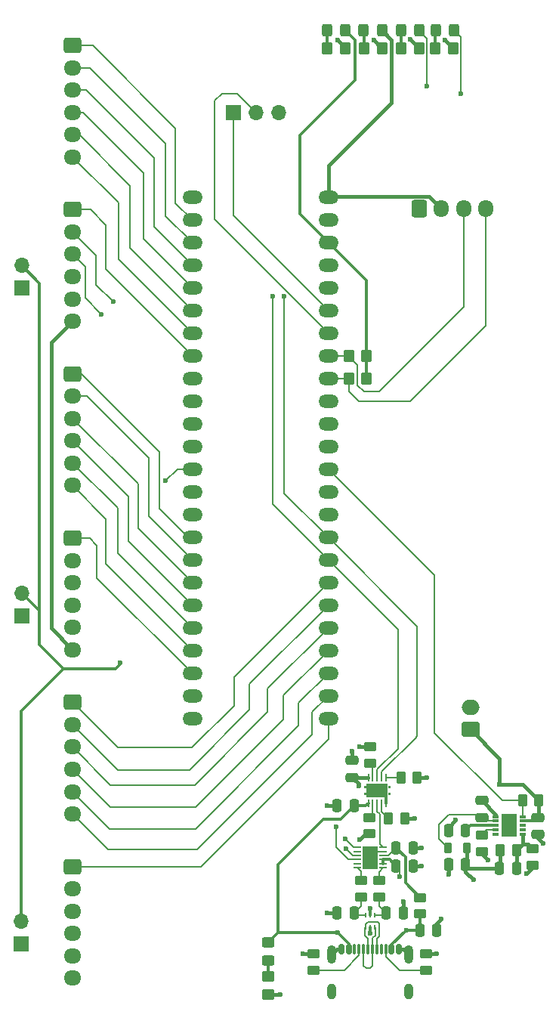
<source format=gbr>
%TF.GenerationSoftware,KiCad,Pcbnew,8.0.8*%
%TF.CreationDate,2025-03-09T10:35:25-07:00*%
%TF.ProjectId,ground-receiver,67726f75-6e64-42d7-9265-636569766572,rev?*%
%TF.SameCoordinates,Original*%
%TF.FileFunction,Copper,L1,Top*%
%TF.FilePolarity,Positive*%
%FSLAX46Y46*%
G04 Gerber Fmt 4.6, Leading zero omitted, Abs format (unit mm)*
G04 Created by KiCad (PCBNEW 8.0.8) date 2025-03-09 10:35:25*
%MOMM*%
%LPD*%
G01*
G04 APERTURE LIST*
G04 Aperture macros list*
%AMRoundRect*
0 Rectangle with rounded corners*
0 $1 Rounding radius*
0 $2 $3 $4 $5 $6 $7 $8 $9 X,Y pos of 4 corners*
0 Add a 4 corners polygon primitive as box body*
4,1,4,$2,$3,$4,$5,$6,$7,$8,$9,$2,$3,0*
0 Add four circle primitives for the rounded corners*
1,1,$1+$1,$2,$3*
1,1,$1+$1,$4,$5*
1,1,$1+$1,$6,$7*
1,1,$1+$1,$8,$9*
0 Add four rect primitives between the rounded corners*
20,1,$1+$1,$2,$3,$4,$5,0*
20,1,$1+$1,$4,$5,$6,$7,0*
20,1,$1+$1,$6,$7,$8,$9,0*
20,1,$1+$1,$8,$9,$2,$3,0*%
G04 Aperture macros list end*
%TA.AperFunction,EtchedComponent*%
%ADD10C,0.000000*%
%TD*%
%TA.AperFunction,SMDPad,CuDef*%
%ADD11RoundRect,0.250000X0.262500X0.450000X-0.262500X0.450000X-0.262500X-0.450000X0.262500X-0.450000X0*%
%TD*%
%TA.AperFunction,ComponentPad*%
%ADD12RoundRect,0.250000X-0.600000X-0.725000X0.600000X-0.725000X0.600000X0.725000X-0.600000X0.725000X0*%
%TD*%
%TA.AperFunction,ComponentPad*%
%ADD13O,1.700000X1.950000*%
%TD*%
%TA.AperFunction,SMDPad,CuDef*%
%ADD14RoundRect,0.250000X-0.350000X-0.450000X0.350000X-0.450000X0.350000X0.450000X-0.350000X0.450000X0*%
%TD*%
%TA.AperFunction,SMDPad,CuDef*%
%ADD15RoundRect,0.250000X-0.450000X0.262500X-0.450000X-0.262500X0.450000X-0.262500X0.450000X0.262500X0*%
%TD*%
%TA.AperFunction,SMDPad,CuDef*%
%ADD16RoundRect,0.250000X0.250000X0.475000X-0.250000X0.475000X-0.250000X-0.475000X0.250000X-0.475000X0*%
%TD*%
%TA.AperFunction,SMDPad,CuDef*%
%ADD17RoundRect,0.250000X-0.250000X-0.475000X0.250000X-0.475000X0.250000X0.475000X-0.250000X0.475000X0*%
%TD*%
%TA.AperFunction,SMDPad,CuDef*%
%ADD18RoundRect,0.250000X0.450000X-0.262500X0.450000X0.262500X-0.450000X0.262500X-0.450000X-0.262500X0*%
%TD*%
%TA.AperFunction,SMDPad,CuDef*%
%ADD19RoundRect,0.250000X0.475000X-0.250000X0.475000X0.250000X-0.475000X0.250000X-0.475000X-0.250000X0*%
%TD*%
%TA.AperFunction,ComponentPad*%
%ADD20O,2.250000X1.500000*%
%TD*%
%TA.AperFunction,ComponentPad*%
%ADD21RoundRect,0.250000X-0.725000X0.600000X-0.725000X-0.600000X0.725000X-0.600000X0.725000X0.600000X0*%
%TD*%
%TA.AperFunction,ComponentPad*%
%ADD22O,1.950000X1.700000*%
%TD*%
%TA.AperFunction,SMDPad,CuDef*%
%ADD23RoundRect,0.250000X0.450000X-0.325000X0.450000X0.325000X-0.450000X0.325000X-0.450000X-0.325000X0*%
%TD*%
%TA.AperFunction,SMDPad,CuDef*%
%ADD24RoundRect,0.250000X-0.475000X0.250000X-0.475000X-0.250000X0.475000X-0.250000X0.475000X0.250000X0*%
%TD*%
%TA.AperFunction,ComponentPad*%
%ADD25RoundRect,0.250000X0.750000X-0.600000X0.750000X0.600000X-0.750000X0.600000X-0.750000X-0.600000X0*%
%TD*%
%TA.AperFunction,ComponentPad*%
%ADD26O,2.000000X1.700000*%
%TD*%
%TA.AperFunction,SMDPad,CuDef*%
%ADD27RoundRect,0.250000X-0.325000X-0.450000X0.325000X-0.450000X0.325000X0.450000X-0.325000X0.450000X0*%
%TD*%
%TA.AperFunction,ComponentPad*%
%ADD28R,1.700000X1.700000*%
%TD*%
%TA.AperFunction,ComponentPad*%
%ADD29O,1.700000X1.700000*%
%TD*%
%TA.AperFunction,SMDPad,CuDef*%
%ADD30R,0.279400X0.584200*%
%TD*%
%TA.AperFunction,SMDPad,CuDef*%
%ADD31RoundRect,0.250000X0.350000X0.450000X-0.350000X0.450000X-0.350000X-0.450000X0.350000X-0.450000X0*%
%TD*%
%TA.AperFunction,SMDPad,CuDef*%
%ADD32RoundRect,0.250000X-0.262500X-0.450000X0.262500X-0.450000X0.262500X0.450000X-0.262500X0.450000X0*%
%TD*%
%TA.AperFunction,SMDPad,CuDef*%
%ADD33R,0.800000X0.300000*%
%TD*%
%TA.AperFunction,SMDPad,CuDef*%
%ADD34R,1.750000X2.500000*%
%TD*%
%TA.AperFunction,SMDPad,CuDef*%
%ADD35RoundRect,0.218750X0.218750X0.381250X-0.218750X0.381250X-0.218750X-0.381250X0.218750X-0.381250X0*%
%TD*%
%TA.AperFunction,SMDPad,CuDef*%
%ADD36RoundRect,0.050000X0.350000X0.050000X-0.350000X0.050000X-0.350000X-0.050000X0.350000X-0.050000X0*%
%TD*%
%TA.AperFunction,HeatsinkPad*%
%ADD37R,1.700000X2.500000*%
%TD*%
%TA.AperFunction,SMDPad,CuDef*%
%ADD38RoundRect,0.150000X-0.150000X-0.425000X0.150000X-0.425000X0.150000X0.425000X-0.150000X0.425000X0*%
%TD*%
%TA.AperFunction,SMDPad,CuDef*%
%ADD39RoundRect,0.075000X-0.075000X-0.500000X0.075000X-0.500000X0.075000X0.500000X-0.075000X0.500000X0*%
%TD*%
%TA.AperFunction,HeatsinkPad*%
%ADD40O,1.000000X2.100000*%
%TD*%
%TA.AperFunction,HeatsinkPad*%
%ADD41O,1.000000X1.800000*%
%TD*%
%TA.AperFunction,SMDPad,CuDef*%
%ADD42R,0.254000X0.812800*%
%TD*%
%TA.AperFunction,SMDPad,CuDef*%
%ADD43R,2.400000X1.650000*%
%TD*%
%TA.AperFunction,SMDPad,CuDef*%
%ADD44RoundRect,0.250000X-0.450000X0.350000X-0.450000X-0.350000X0.450000X-0.350000X0.450000X0.350000X0*%
%TD*%
%TA.AperFunction,ViaPad*%
%ADD45C,0.600000*%
%TD*%
%TA.AperFunction,Conductor*%
%ADD46C,0.304800*%
%TD*%
%TA.AperFunction,Conductor*%
%ADD47C,0.381000*%
%TD*%
%TA.AperFunction,Conductor*%
%ADD48C,0.300000*%
%TD*%
%TA.AperFunction,Conductor*%
%ADD49C,0.152400*%
%TD*%
%TA.AperFunction,Conductor*%
%ADD50C,0.200000*%
%TD*%
G04 APERTURE END LIST*
D10*
%TA.AperFunction,EtchedComponent*%
%TO.C,U6*%
G36*
X149400252Y-149702137D02*
G01*
X149100252Y-149702137D01*
X149100252Y-149452137D01*
X149400252Y-149452137D01*
X149400252Y-149702137D01*
G37*
%TD.AperFunction*%
%TA.AperFunction,EtchedComponent*%
G36*
X149400252Y-149702137D02*
G01*
X149100252Y-149702137D01*
X149100252Y-149452137D01*
X149400252Y-149452137D01*
X149400252Y-149702137D01*
G37*
%TD.AperFunction*%
%TA.AperFunction,EtchedComponent*%
G36*
X149400252Y-150452263D02*
G01*
X149100252Y-150452263D01*
X149100252Y-150202263D01*
X149400252Y-150202263D01*
X149400252Y-150452263D01*
G37*
%TD.AperFunction*%
%TA.AperFunction,EtchedComponent*%
G36*
X149400252Y-150452263D02*
G01*
X149100252Y-150452263D01*
X149100252Y-150202263D01*
X149400252Y-150202263D01*
X149400252Y-150452263D01*
G37*
%TD.AperFunction*%
%TA.AperFunction,EtchedComponent*%
G36*
X152100252Y-149702137D02*
G01*
X151800252Y-149702137D01*
X151800252Y-149452137D01*
X152100252Y-149452137D01*
X152100252Y-149702137D01*
G37*
%TD.AperFunction*%
%TA.AperFunction,EtchedComponent*%
G36*
X152100252Y-149702137D02*
G01*
X151800252Y-149702137D01*
X151800252Y-149452137D01*
X152100252Y-149452137D01*
X152100252Y-149702137D01*
G37*
%TD.AperFunction*%
%TA.AperFunction,EtchedComponent*%
G36*
X152100252Y-150452263D02*
G01*
X151800252Y-150452263D01*
X151800252Y-150202263D01*
X152100252Y-150202263D01*
X152100252Y-150452263D01*
G37*
%TD.AperFunction*%
%TA.AperFunction,EtchedComponent*%
G36*
X152100252Y-150452263D02*
G01*
X151800252Y-150452263D01*
X151800252Y-150202263D01*
X152100252Y-150202263D01*
X152100252Y-150452263D01*
G37*
%TD.AperFunction*%
%TD*%
D11*
%TO.P,R8,1*%
%TO.N,VBAT*%
X168725000Y-151100000D03*
%TO.P,R8,2*%
%TO.N,EN*%
X166900000Y-151100000D03*
%TD*%
D12*
%TO.P,J13,1,Pin_1*%
%TO.N,GND*%
X155300000Y-84800000D03*
D13*
%TO.P,J13,2,Pin_2*%
%TO.N,+5V*%
X157800000Y-84800000D03*
%TO.P,J13,3,Pin_3*%
%TO.N,SCL*%
X160300000Y-84800000D03*
%TO.P,J13,4,Pin_4*%
%TO.N,SDA*%
X162800000Y-84800000D03*
%TD*%
D14*
%TO.P,R7,1*%
%TO.N,Net-(BSTAT2-K)*%
X153300000Y-66800000D03*
%TO.P,R7,2*%
%TO.N,GND*%
X155300000Y-66800000D03*
%TD*%
D15*
%TO.P,R3,1*%
%TO.N,Net-(U1-RT)*%
X162300000Y-154975000D03*
%TO.P,R3,2*%
%TO.N,GND*%
X162300000Y-156800000D03*
%TD*%
D16*
%TO.P,C3,1*%
%TO.N,Net-(U1-INTVCC)*%
X160500000Y-154500000D03*
%TO.P,C3,2*%
%TO.N,GND*%
X158600000Y-154500000D03*
%TD*%
D15*
%TO.P,R10,1*%
%TO.N,Net-(U4-USBDM)*%
X150800000Y-160075000D03*
%TO.P,R10,2*%
%TO.N,D-*%
X150800000Y-161900000D03*
%TD*%
D16*
%TO.P,C9,1*%
%TO.N,GND*%
X153500000Y-163700000D03*
%TO.P,C9,2*%
%TO.N,D-*%
X151600000Y-163700000D03*
%TD*%
D11*
%TO.P,R2,1*%
%TO.N,Net-(U1-FB)*%
X166200000Y-156700000D03*
%TO.P,R2,2*%
%TO.N,+5V*%
X164375000Y-156700000D03*
%TD*%
D17*
%TO.P,C2,1*%
%TO.N,GND*%
X158600000Y-158300000D03*
%TO.P,C2,2*%
%TO.N,+5V*%
X160500000Y-158300000D03*
%TD*%
D15*
%TO.P,R11,1*%
%TO.N,GND*%
X143500000Y-168275000D03*
%TO.P,R11,2*%
%TO.N,Net-(J2-CC1)*%
X143500000Y-170100000D03*
%TD*%
D16*
%TO.P,C8,1*%
%TO.N,GND*%
X154600000Y-158400000D03*
%TO.P,C8,2*%
%TO.N,Net-(U4-3V3OUT)*%
X152700000Y-158400000D03*
%TD*%
D18*
%TO.P,R1,1*%
%TO.N,GND*%
X168000000Y-158325000D03*
%TO.P,R1,2*%
%TO.N,Net-(U1-FB)*%
X168000000Y-156500000D03*
%TD*%
D19*
%TO.P,C4,1*%
%TO.N,Net-(U1-SW)*%
X162300000Y-153000000D03*
%TO.P,C4,2*%
%TO.N,Net-(U1-BST)*%
X162300000Y-151100000D03*
%TD*%
D20*
%TO.P,Teensy4.1,0,RX1*%
%TO.N,SDN_3*%
X129880000Y-86025000D03*
%TO.P,Teensy4.1,1,TX1*%
%TO.N,GPIO3_3*%
X129880000Y-88565000D03*
%TO.P,Teensy4.1,2,PWM*%
%TO.N,GPIO2_3*%
X129880000Y-91105000D03*
%TO.P,Teensy4.1,3,PWM*%
%TO.N,GPIO1_3*%
X129880000Y-93645000D03*
%TO.P,Teensy4.1,3V,3.3V*%
%TO.N,+3.3V*%
X129880000Y-119045000D03*
%TO.P,Teensy4.1,3V1,3.3V*%
%TO.N,+3.3V2*%
X145120000Y-88565000D03*
%TO.P,Teensy4.1,4,PWM*%
%TO.N,GPIO0_3*%
X129880000Y-96185000D03*
%TO.P,Teensy4.1,5,PWM*%
%TO.N,IRQ_3*%
X129880000Y-98725000D03*
%TO.P,Teensy4.1,5V,VIN*%
%TO.N,+5V*%
X145120000Y-83485000D03*
%TO.P,Teensy4.1,6,PWM*%
%TO.N,CS_3*%
X129880000Y-101265000D03*
%TO.P,Teensy4.1,7,RX2*%
%TO.N,unconnected-(Teensy4.1-RX2-Pad7)*%
X129880000Y-103805000D03*
%TO.P,Teensy4.1,8,TX2*%
%TO.N,unconnected-(Teensy4.1-TX2-Pad8)*%
X129880000Y-106345000D03*
%TO.P,Teensy4.1,9,PWM*%
%TO.N,unconnected-(Teensy4.1-PWM-Pad9)*%
X129880000Y-108885000D03*
%TO.P,Teensy4.1,10,CS*%
%TO.N,unconnected-(Teensy4.1-CS-Pad10)*%
X129880000Y-111425000D03*
%TO.P,Teensy4.1,11,MOSI*%
%TO.N,MOSI*%
X129880000Y-113965000D03*
%TO.P,Teensy4.1,12,MISO*%
%TO.N,MISO*%
X129880000Y-116505000D03*
%TO.P,Teensy4.1,13,SCK*%
%TO.N,SCLK*%
X145120000Y-116505000D03*
%TO.P,Teensy4.1,14,A0*%
%TO.N,EN*%
X145120000Y-113965000D03*
%TO.P,Teensy4.1,15,A1*%
%TO.N,unconnected-(Teensy4.1-A1-Pad15)*%
X145120000Y-111425000D03*
%TO.P,Teensy4.1,16,A2*%
%TO.N,unconnected-(Teensy4.1-A2-Pad16)*%
X145120000Y-108885000D03*
%TO.P,Teensy4.1,17,A3*%
%TO.N,unconnected-(Teensy4.1-A3-Pad17)*%
X145120000Y-106345000D03*
%TO.P,Teensy4.1,18,SDA*%
%TO.N,SDA*%
X145120000Y-103805000D03*
%TO.P,Teensy4.1,19,SCL*%
%TO.N,SCL*%
X145120000Y-101265000D03*
%TO.P,Teensy4.1,20,TX5*%
%TO.N,TXD*%
X145120000Y-98725000D03*
%TO.P,Teensy4.1,21,RX5*%
%TO.N,RXD*%
X145120000Y-96185000D03*
%TO.P,Teensy4.1,22,PWM*%
%TO.N,unconnected-(Teensy4.1-PWM-Pad22)*%
X145120000Y-93645000D03*
%TO.P,Teensy4.1,23,PWM*%
%TO.N,unconnected-(Teensy4.1-PWM-Pad23)*%
X145120000Y-91105000D03*
%TO.P,Teensy4.1,24,SCL2*%
%TO.N,SDN_2*%
X129880000Y-121585000D03*
%TO.P,Teensy4.1,25,SDA2*%
%TO.N,GPIO3_2*%
X129880000Y-124125000D03*
%TO.P,Teensy4.1,26,MOSI1*%
%TO.N,GPIO2_2*%
X129880000Y-126665000D03*
%TO.P,Teensy4.1,27,SCK1*%
%TO.N,GPIO1_2*%
X129880000Y-129205000D03*
%TO.P,Teensy4.1,28,RX7*%
%TO.N,GPIO0_2*%
X129880000Y-131745000D03*
%TO.P,Teensy4.1,29,TX7*%
%TO.N,IRQ_2*%
X129880000Y-134285000D03*
%TO.P,Teensy4.1,30,GPIO*%
%TO.N,CS_2*%
X129880000Y-136825000D03*
%TO.P,Teensy4.1,31,GPIO*%
%TO.N,unconnected-(Teensy4.1-GPIO-Pad31)*%
X129880000Y-139365000D03*
%TO.P,Teensy4.1,32,GPIO*%
%TO.N,unconnected-(Teensy4.1-GPIO-Pad32)*%
X129880000Y-141905000D03*
%TO.P,Teensy4.1,33,PWM*%
%TO.N,CS_1*%
X145120000Y-141905000D03*
%TO.P,Teensy4.1,34,RX8*%
%TO.N,IRQ_1*%
X145120000Y-139365000D03*
%TO.P,Teensy4.1,35,TX8*%
%TO.N,GPIO0_1*%
X145120000Y-136825000D03*
%TO.P,Teensy4.1,36,PWM*%
%TO.N,GPIO1_1*%
X145120000Y-134285000D03*
%TO.P,Teensy4.1,37,PWM*%
%TO.N,GPIO2_1*%
X145120000Y-131745000D03*
%TO.P,Teensy4.1,38,CS1*%
%TO.N,GPIO3_1*%
X145120000Y-129205000D03*
%TO.P,Teensy4.1,39,MISO1*%
%TO.N,SDN_1*%
X145120000Y-126665000D03*
%TO.P,Teensy4.1,40,A16*%
%TO.N,BSTAT2*%
X145120000Y-124125000D03*
%TO.P,Teensy4.1,41,A17*%
%TO.N,BSTAT1*%
X145120000Y-121585000D03*
%TO.P,Teensy4.1,G,GND*%
%TO.N,GND*%
X129880000Y-83485000D03*
%TO.P,Teensy4.1,G1,GND*%
X145120000Y-86025000D03*
%TO.P,Teensy4.1,G2,GND*%
X145120000Y-119045000D03*
%TD*%
D17*
%TO.P,C10,1*%
%TO.N,GND*%
X146100000Y-163700000D03*
%TO.P,C10,2*%
%TO.N,D+*%
X148000000Y-163700000D03*
%TD*%
D14*
%TO.P,R5,1*%
%TO.N,Net-(5V0-K)*%
X149125000Y-66800000D03*
%TO.P,R5,2*%
%TO.N,GND*%
X151125000Y-66800000D03*
%TD*%
D21*
%TO.P,J9,1,Pin_1*%
%TO.N,SDN_2*%
X116465000Y-103300000D03*
D22*
%TO.P,J9,2,Pin_2*%
%TO.N,GPIO3_2*%
X116465000Y-105800000D03*
%TO.P,J9,3,Pin_3*%
%TO.N,GPIO2_2*%
X116465000Y-108300000D03*
%TO.P,J9,4,Pin_4*%
%TO.N,GPIO1_2*%
X116465000Y-110800000D03*
%TO.P,J9,5,Pin_5*%
%TO.N,GPIO0_2*%
X116465000Y-113300000D03*
%TO.P,J9,6,Pin_6*%
%TO.N,IRQ_2*%
X116465000Y-115800000D03*
%TD*%
D18*
%TO.P,R14,1*%
%TO.N,GND*%
X149700000Y-154812500D03*
%TO.P,R14,2*%
%TO.N,Net-(U6-ISET)*%
X149700000Y-152987500D03*
%TD*%
D15*
%TO.P,R9,1*%
%TO.N,Net-(U4-USBDP)*%
X148800000Y-160075000D03*
%TO.P,R9,2*%
%TO.N,D+*%
X148800000Y-161900000D03*
%TD*%
D23*
%TO.P,VBus1,1,K*%
%TO.N,Net-(VBus1-K)*%
X138400000Y-169050000D03*
%TO.P,VBus1,2,A*%
%TO.N,VBUS*%
X138400000Y-167000000D03*
%TD*%
D24*
%TO.P,CIN1,1*%
%TO.N,VBAT*%
X168575000Y-153000000D03*
%TO.P,CIN1,2*%
%TO.N,GND*%
X168575000Y-154900000D03*
%TD*%
D25*
%TO.P,J3,1,Pin_1*%
%TO.N,VBAT*%
X161050000Y-143150000D03*
D26*
%TO.P,J3,2,Pin_2*%
%TO.N,GND*%
X161050000Y-140650000D03*
%TD*%
D27*
%TO.P,BSTAT1,1,K*%
%TO.N,Net-(BSTAT1-K)*%
X157173800Y-64823800D03*
%TO.P,BSTAT1,2,A*%
%TO.N,BSTAT1*%
X159223800Y-64823800D03*
%TD*%
D28*
%TO.P,J1,1,Pin_1*%
%TO.N,RXD*%
X134460000Y-74000000D03*
D29*
%TO.P,J1,2,Pin_2*%
%TO.N,TXD*%
X137000000Y-74000000D03*
%TO.P,J1,3,Pin_3*%
%TO.N,GND*%
X139540000Y-74000000D03*
%TD*%
D21*
%TO.P,J4,1,Pin_1*%
%TO.N,CS_1*%
X116465000Y-158500000D03*
D22*
%TO.P,J4,2,Pin_2*%
%TO.N,MOSI*%
X116465000Y-161000000D03*
%TO.P,J4,3,Pin_3*%
%TO.N,MISO*%
X116465000Y-163500000D03*
%TO.P,J4,4,Pin_4*%
%TO.N,SCLK*%
X116465000Y-166000000D03*
%TO.P,J4,5,Pin_5*%
%TO.N,GND*%
X116465000Y-168500000D03*
%TO.P,J4,6,Pin_6*%
%TO.N,+5V*%
X116465000Y-171000000D03*
%TD*%
D21*
%TO.P,J7,1,Pin_1*%
%TO.N,CS_2*%
X116465000Y-121700000D03*
D22*
%TO.P,J7,2,Pin_2*%
%TO.N,MOSI*%
X116465000Y-124200000D03*
%TO.P,J7,3,Pin_3*%
%TO.N,MISO*%
X116465000Y-126700000D03*
%TO.P,J7,4,Pin_4*%
%TO.N,SCLK*%
X116465000Y-129200000D03*
%TO.P,J7,5,Pin_5*%
%TO.N,GND*%
X116465000Y-131700000D03*
%TO.P,J7,6,Pin_6*%
%TO.N,+5V*%
X116465000Y-134200000D03*
%TD*%
D21*
%TO.P,J10,1,Pin_1*%
%TO.N,CS_3*%
X116465000Y-84900000D03*
D22*
%TO.P,J10,2,Pin_2*%
%TO.N,MOSI*%
X116465000Y-87400000D03*
%TO.P,J10,3,Pin_3*%
%TO.N,MISO*%
X116465000Y-89900000D03*
%TO.P,J10,4,Pin_4*%
%TO.N,SCLK*%
X116465000Y-92400000D03*
%TO.P,J10,5,Pin_5*%
%TO.N,GND*%
X116465000Y-94900000D03*
%TO.P,J10,6,Pin_6*%
%TO.N,+5V*%
X116465000Y-97400000D03*
%TD*%
D21*
%TO.P,J12,1,Pin_1*%
%TO.N,SDN_3*%
X116465000Y-66500000D03*
D22*
%TO.P,J12,2,Pin_2*%
%TO.N,GPIO3_3*%
X116465000Y-69000000D03*
%TO.P,J12,3,Pin_3*%
%TO.N,GPIO2_3*%
X116465000Y-71500000D03*
%TO.P,J12,4,Pin_4*%
%TO.N,GPIO1_3*%
X116465000Y-74000000D03*
%TO.P,J12,5,Pin_5*%
%TO.N,GPIO0_3*%
X116465000Y-76500000D03*
%TO.P,J12,6,Pin_6*%
%TO.N,IRQ_3*%
X116465000Y-79000000D03*
%TD*%
D28*
%TO.P,J8,1,Pin_1*%
%TO.N,GND*%
X110765000Y-130400000D03*
D29*
%TO.P,J8,2,Pin_2*%
%TO.N,+3.3V*%
X110765000Y-127860000D03*
%TD*%
D28*
%TO.P,J11,1,Pin_1*%
%TO.N,GND*%
X110665000Y-167200000D03*
D29*
%TO.P,J11,2,Pin_2*%
%TO.N,+3.3V*%
X110665000Y-164660000D03*
%TD*%
D30*
%TO.P,U5,1,I/O1*%
%TO.N,Net-(J2-D+-PadA6)*%
X149300000Y-165300000D03*
%TO.P,U5,2,GND*%
%TO.N,GND*%
X149799999Y-165300000D03*
%TO.P,U5,3,I/O2*%
%TO.N,Net-(J2-D--PadA7)*%
X150299998Y-165300000D03*
%TO.P,U5,4,I/O2*%
%TO.N,D-*%
X150299998Y-163979200D03*
%TO.P,U5,5,VBUS*%
%TO.N,VBUS*%
X149799999Y-163979200D03*
%TO.P,U5,6,I/O1*%
%TO.N,D+*%
X149300000Y-163979200D03*
%TD*%
D14*
%TO.P,R17,1*%
%TO.N,Net-(BSTAT1-K)*%
X157123800Y-66823800D03*
%TO.P,R17,2*%
%TO.N,GND*%
X159123800Y-66823800D03*
%TD*%
D27*
%TO.P,BSTAT2,1,K*%
%TO.N,Net-(BSTAT2-K)*%
X153250000Y-64800000D03*
%TO.P,BSTAT2,2,A*%
%TO.N,BSTAT2*%
X155300000Y-64800000D03*
%TD*%
D31*
%TO.P,R18,1*%
%TO.N,+3.3V2*%
X149400000Y-101300000D03*
%TO.P,R18,2*%
%TO.N,SCL*%
X147400000Y-101300000D03*
%TD*%
D15*
%TO.P,R12,1*%
%TO.N,GND*%
X156100000Y-168300000D03*
%TO.P,R12,2*%
%TO.N,Net-(J2-CC2)*%
X156100000Y-170125000D03*
%TD*%
D16*
%TO.P,C11,1*%
%TO.N,GND*%
X157300000Y-165600000D03*
%TO.P,C11,2*%
%TO.N,VBUS*%
X155400000Y-165600000D03*
%TD*%
D24*
%TO.P,C13,1*%
%TO.N,GND*%
X147800000Y-146600000D03*
%TO.P,C13,2*%
%TO.N,VBAT*%
X147800000Y-148500000D03*
%TD*%
D32*
%TO.P,R13,1*%
%TO.N,Net-(U6-TS)*%
X151875000Y-153100000D03*
%TO.P,R13,2*%
%TO.N,GND*%
X153700000Y-153100000D03*
%TD*%
D33*
%TO.P,U1,1,BST*%
%TO.N,Net-(U1-BST)*%
X163900000Y-152900000D03*
%TO.P,U1,2,SW*%
%TO.N,Net-(U1-SW)*%
X163900000Y-153400000D03*
%TO.P,U1,3,INTVCC*%
%TO.N,Net-(U1-INTVCC)*%
X163900000Y-153900000D03*
%TO.P,U1,4,RT*%
%TO.N,Net-(U1-RT)*%
X163900000Y-154400000D03*
%TO.P,U1,5,SYNC*%
%TO.N,unconnected-(U1-SYNC-Pad5)*%
X163900000Y-154900000D03*
%TO.P,U1,6,FB*%
%TO.N,Net-(U1-FB)*%
X166900000Y-154900000D03*
%TO.P,U1,7,TR/SS*%
%TO.N,unconnected-(U1-TR{slash}SS-Pad7)*%
X166900000Y-154400000D03*
%TO.P,U1,8,PG*%
%TO.N,unconnected-(U1-PG-Pad8)*%
X166900000Y-153900000D03*
%TO.P,U1,9,VIN*%
%TO.N,VBAT*%
X166900000Y-153400000D03*
%TO.P,U1,10,EN/UV*%
%TO.N,EN*%
X166900000Y-152900000D03*
D34*
%TO.P,U1,11,GND*%
%TO.N,GND*%
X165400000Y-153900000D03*
%TD*%
D35*
%TO.P,L1,1,1*%
%TO.N,+5V*%
X160625000Y-156400000D03*
%TO.P,L1,2,2*%
%TO.N,Net-(U1-SW)*%
X158500000Y-156400000D03*
%TD*%
D27*
%TO.P,5V0,1,K*%
%TO.N,Net-(5V0-K)*%
X149075000Y-64800000D03*
%TO.P,5V0,2,A*%
%TO.N,+5V*%
X151125000Y-64800000D03*
%TD*%
D16*
%TO.P,C7,1*%
%TO.N,GND*%
X154600000Y-156400000D03*
%TO.P,C7,2*%
%TO.N,Net-(U4-VCC)*%
X152700000Y-156400000D03*
%TD*%
D21*
%TO.P,J6,1,Pin_1*%
%TO.N,SDN_1*%
X116465000Y-140100000D03*
D22*
%TO.P,J6,2,Pin_2*%
%TO.N,GPIO3_1*%
X116465000Y-142600000D03*
%TO.P,J6,3,Pin_3*%
%TO.N,GPIO2_1*%
X116465000Y-145100000D03*
%TO.P,J6,4,Pin_4*%
%TO.N,GPIO1_1*%
X116465000Y-147600000D03*
%TO.P,J6,5,Pin_5*%
%TO.N,GPIO0_1*%
X116465000Y-150100000D03*
%TO.P,J6,6,Pin_6*%
%TO.N,IRQ_1*%
X116465000Y-152600000D03*
%TD*%
D17*
%TO.P,C12,1*%
%TO.N,GND*%
X146100000Y-151700000D03*
%TO.P,C12,2*%
%TO.N,VBUS*%
X148000000Y-151700000D03*
%TD*%
D14*
%TO.P,R4,1*%
%TO.N,Net-(3V3-K)*%
X145025000Y-66800000D03*
%TO.P,R4,2*%
%TO.N,GND*%
X147025000Y-66800000D03*
%TD*%
D31*
%TO.P,R19,1*%
%TO.N,+3.3V2*%
X149400000Y-103800000D03*
%TO.P,R19,2*%
%TO.N,SDA*%
X147400000Y-103800000D03*
%TD*%
D28*
%TO.P,J5,1,Pin_1*%
%TO.N,GND*%
X110765000Y-93700000D03*
D29*
%TO.P,J5,2,Pin_2*%
%TO.N,+3.3V*%
X110765000Y-91160000D03*
%TD*%
D36*
%TO.P,U4,1,USBDM*%
%TO.N,Net-(U4-USBDM)*%
X151275000Y-158600000D03*
%TO.P,U4,2,~{RESET}*%
%TO.N,Net-(U4-3V3OUT)*%
X151275000Y-158150000D03*
%TO.P,U4,3,3V3OUT*%
X151275000Y-157700000D03*
%TO.P,U4,4,VCC*%
%TO.N,Net-(U4-VCC)*%
X151275000Y-157250000D03*
%TO.P,U4,5,GND*%
%TO.N,GND*%
X151275000Y-156800000D03*
%TO.P,U4,6,CBUS0*%
%TO.N,PWR_EN*%
X151275000Y-156350000D03*
%TO.P,U4,7,TXD/D0*%
%TO.N,TXD*%
X148375000Y-156350000D03*
%TO.P,U4,8,~{RTS}/D2*%
%TO.N,unconnected-(U4-~{RTS}{slash}D2-Pad8)*%
X148375000Y-156800000D03*
%TO.P,U4,9,VCCIO*%
%TO.N,Net-(U4-3V3OUT)*%
X148375000Y-157250000D03*
%TO.P,U4,10,RXD/D1*%
%TO.N,RXD*%
X148375000Y-157700000D03*
%TO.P,U4,11,~{CTS}/D3*%
%TO.N,unconnected-(U4-~{CTS}{slash}D3-Pad11)*%
X148375000Y-158150000D03*
%TO.P,U4,12,USBDP*%
%TO.N,Net-(U4-USBDP)*%
X148375000Y-158600000D03*
D37*
%TO.P,U4,13,GND*%
%TO.N,GND*%
X149825000Y-157475000D03*
%TD*%
D27*
%TO.P,3V3,1,K*%
%TO.N,Net-(3V3-K)*%
X144975000Y-64800000D03*
%TO.P,3V3,2,A*%
%TO.N,+3.3V2*%
X147025000Y-64800000D03*
%TD*%
D38*
%TO.P,J2,A1,GND*%
%TO.N,GND*%
X146620000Y-167745000D03*
%TO.P,J2,A4,VBUS*%
%TO.N,VBUS*%
X147420000Y-167745000D03*
D39*
%TO.P,J2,A5,CC1*%
%TO.N,Net-(J2-CC1)*%
X148570000Y-167745000D03*
%TO.P,J2,A6,D+*%
%TO.N,Net-(J2-D+-PadA6)*%
X149570000Y-167745000D03*
%TO.P,J2,A7,D-*%
%TO.N,Net-(J2-D--PadA7)*%
X150070000Y-167745000D03*
%TO.P,J2,A8,SBU1*%
%TO.N,unconnected-(J2-SBU1-PadA8)*%
X151070000Y-167745000D03*
D38*
%TO.P,J2,A9,VBUS*%
%TO.N,VBUS*%
X152220000Y-167745000D03*
%TO.P,J2,A12,GND*%
%TO.N,GND*%
X153020000Y-167745000D03*
%TO.P,J2,B1,GND*%
X153020000Y-167745000D03*
%TO.P,J2,B4,VBUS*%
%TO.N,VBUS*%
X152220000Y-167745000D03*
D39*
%TO.P,J2,B5,CC2*%
%TO.N,Net-(J2-CC2)*%
X151570000Y-167745000D03*
%TO.P,J2,B6,D+*%
%TO.N,Net-(J2-D+-PadA6)*%
X150570000Y-167745000D03*
%TO.P,J2,B7,D-*%
%TO.N,Net-(J2-D--PadA7)*%
X149070000Y-167745000D03*
%TO.P,J2,B8,SBU2*%
%TO.N,unconnected-(J2-SBU2-PadB8)*%
X148070000Y-167745000D03*
D38*
%TO.P,J2,B9,VBUS*%
%TO.N,VBUS*%
X147420000Y-167745000D03*
%TO.P,J2,B12,GND*%
%TO.N,GND*%
X146620000Y-167745000D03*
D40*
%TO.P,J2,S1,SHIELD*%
X145500000Y-168320000D03*
D41*
X145500000Y-172500000D03*
D40*
X154140000Y-168320000D03*
D41*
X154140000Y-172500000D03*
%TD*%
D15*
%TO.P,FB1,1*%
%TO.N,Net-(U4-VCC)*%
X155400000Y-161975000D03*
%TO.P,FB1,2*%
%TO.N,VBUS*%
X155400000Y-163800000D03*
%TD*%
D42*
%TO.P,U6,1,IN*%
%TO.N,VBUS*%
X149600000Y-151400000D03*
%TO.P,U6,2,ISET*%
%TO.N,Net-(U6-ISET)*%
X150100126Y-151400000D03*
%TO.P,U6,3,/CE*%
%TO.N,PWR_EN*%
X150600252Y-151400000D03*
%TO.P,U6,4,TS*%
%TO.N,Net-(U6-TS)*%
X151100378Y-151400000D03*
%TO.P,U6,5,GND*%
%TO.N,GND*%
X151600504Y-151400000D03*
%TO.P,U6,6,CHM_TMR*%
%TO.N,Net-(U6-CHM_TMR)*%
X151600504Y-148504400D03*
%TO.P,U6,7,STAT1*%
%TO.N,BSTAT1*%
X151100378Y-148504400D03*
%TO.P,U6,8,STAT2*%
%TO.N,BSTAT2*%
X150600252Y-148504400D03*
%TO.P,U6,9,VSET*%
%TO.N,Net-(U6-VSET)*%
X150100126Y-148504400D03*
%TO.P,U6,10,OUT*%
%TO.N,VBAT*%
X149600000Y-148504400D03*
D43*
%TO.P,U6,11,GND*%
%TO.N,GND*%
X150600252Y-149952200D03*
%TD*%
D44*
%TO.P,R6,1*%
%TO.N,Net-(VBus1-K)*%
X138400000Y-170800000D03*
%TO.P,R6,2*%
%TO.N,GND*%
X138400000Y-172800000D03*
%TD*%
D18*
%TO.P,R15,1*%
%TO.N,Net-(U6-VSET)*%
X149800000Y-146925000D03*
%TO.P,R15,2*%
%TO.N,GND*%
X149800000Y-145100000D03*
%TD*%
D32*
%TO.P,R16,1*%
%TO.N,Net-(U6-CHM_TMR)*%
X153275000Y-148500000D03*
%TO.P,R16,2*%
%TO.N,GND*%
X155100000Y-148500000D03*
%TD*%
D16*
%TO.P,C1,1*%
%TO.N,Net-(U1-FB)*%
X166200000Y-158700000D03*
%TO.P,C1,2*%
%TO.N,+5V*%
X164300000Y-158700000D03*
%TD*%
D45*
%TO.N,+3.3V*%
X121765000Y-135700000D03*
%TO.N,+5V*%
X161400000Y-160000000D03*
%TO.N,GND*%
X149800000Y-158300000D03*
X146200000Y-65900000D03*
X151300000Y-150000000D03*
X139700000Y-172800000D03*
X155600000Y-158400000D03*
X155600000Y-156400000D03*
X145000000Y-151700000D03*
X153500000Y-162400000D03*
X150200000Y-65900000D03*
X165400000Y-154700000D03*
X165400000Y-153200000D03*
X156200000Y-148500000D03*
X148600000Y-145100000D03*
X154300000Y-65800000D03*
X149800000Y-156700000D03*
X167300000Y-159300000D03*
X163000000Y-157800000D03*
X147800000Y-145600000D03*
X157800000Y-164400000D03*
X149799999Y-165938779D03*
X148600000Y-155500000D03*
X145000000Y-163700000D03*
X142300000Y-168300000D03*
X157300000Y-168300000D03*
X169200000Y-155900000D03*
X159400000Y-153300000D03*
X158600000Y-159400000D03*
X149900000Y-150000000D03*
X158223800Y-65923800D03*
X154800000Y-153100000D03*
%TO.N,Net-(U4-3V3OUT)*%
X147100000Y-156500000D03*
X153095200Y-159600000D03*
%TO.N,VBUS*%
X153840000Y-165600000D03*
X149800000Y-163200000D03*
X146149999Y-165900000D03*
%TO.N,VBAT*%
X148500000Y-149500000D03*
X164300000Y-149300000D03*
%TO.N,TXD*%
X147000000Y-155400000D03*
%TO.N,RXD*%
X146000000Y-154000000D03*
%TO.N,MISO*%
X119700000Y-96600000D03*
%TO.N,MOSI*%
X121000000Y-95200000D03*
X126900000Y-115300000D03*
%TO.N,BSTAT2*%
X138900000Y-94600000D03*
X156200000Y-71100000D03*
%TO.N,BSTAT1*%
X160000000Y-71900000D03*
X140190065Y-94609935D03*
%TD*%
D46*
%TO.N,+3.3V*%
X112765000Y-129860000D02*
X110765000Y-127860000D01*
X110665000Y-141100000D02*
X115465000Y-136300000D01*
X110665000Y-164660000D02*
X110665000Y-141100000D01*
X112765000Y-93160000D02*
X110765000Y-91160000D01*
X121265000Y-136300000D02*
X115465000Y-136300000D01*
X115465000Y-136300000D02*
X112765000Y-133600000D01*
X121765000Y-135700000D02*
X121765000Y-135800000D01*
X112765000Y-133600000D02*
X112765000Y-129860000D01*
X112765000Y-129860000D02*
X112765000Y-93160000D01*
X121765000Y-135800000D02*
X121265000Y-136300000D01*
D47*
%TO.N,+5V*%
X156434500Y-83434500D02*
X145170500Y-83434500D01*
X164375000Y-158625000D02*
X164300000Y-158700000D01*
X145120000Y-79980000D02*
X152209500Y-72890500D01*
X160625000Y-158175000D02*
X160500000Y-158300000D01*
X164300000Y-158700000D02*
X160900000Y-158700000D01*
X157800000Y-84800000D02*
X156434500Y-83434500D01*
X152209500Y-72890500D02*
X152209500Y-65884500D01*
X160900000Y-158700000D02*
X160500000Y-158300000D01*
X164375000Y-156700000D02*
X164375000Y-158625000D01*
X160625000Y-156400000D02*
X160625000Y-158175000D01*
X145120000Y-83485000D02*
X145120000Y-79980000D01*
X152209500Y-65884500D02*
X151125000Y-64800000D01*
X160500000Y-158300000D02*
X160500000Y-159100000D01*
X114065000Y-131800000D02*
X114065000Y-99800000D01*
X116465000Y-134200000D02*
X114065000Y-131800000D01*
X160500000Y-159100000D02*
X161400000Y-160000000D01*
X114065000Y-99800000D02*
X116465000Y-97400000D01*
X145170500Y-83434500D02*
X145120000Y-83485000D01*
%TO.N,Net-(U1-FB)*%
X166200000Y-156700000D02*
X166900000Y-156000000D01*
X166200000Y-156700000D02*
X166200000Y-158700000D01*
X166900000Y-156000000D02*
X166900000Y-154940500D01*
X167500000Y-156000000D02*
X168000000Y-156500000D01*
X166900000Y-156000000D02*
X167500000Y-156000000D01*
%TO.N,GND*%
X138400000Y-172800000D02*
X139700000Y-172800000D01*
X147025000Y-66725000D02*
X146200000Y-65900000D01*
X150600252Y-149952200D02*
X151252200Y-149952200D01*
D48*
X151600504Y-151400000D02*
X151577378Y-151376874D01*
D47*
X153020000Y-167745000D02*
X153565000Y-167745000D01*
X168000000Y-158600000D02*
X167300000Y-159300000D01*
X147025000Y-66800000D02*
X147025000Y-67125000D01*
X146620000Y-167745000D02*
X146075000Y-167745000D01*
X157300000Y-164900000D02*
X157800000Y-164400000D01*
X147800000Y-146600000D02*
X147800000Y-145600000D01*
X162300000Y-157100000D02*
X163000000Y-157800000D01*
X165400000Y-153900000D02*
X165400000Y-154700000D01*
D48*
X151577378Y-151376874D02*
X151577378Y-150724365D01*
D47*
X151252200Y-149952200D02*
X151300000Y-150000000D01*
X154600000Y-158400000D02*
X155600000Y-158400000D01*
D49*
X149825000Y-156725000D02*
X149800000Y-156700000D01*
D47*
X151125000Y-66800000D02*
X151100000Y-66800000D01*
X158600000Y-154100000D02*
X159400000Y-153300000D01*
D49*
X149825000Y-158275000D02*
X149800000Y-158300000D01*
D47*
X155100000Y-148500000D02*
X156200000Y-148500000D01*
X158600000Y-158300000D02*
X158600000Y-159400000D01*
X158600000Y-154500000D02*
X158600000Y-154100000D01*
X153565000Y-167745000D02*
X154140000Y-168320000D01*
D49*
X151275000Y-156800000D02*
X150500000Y-156800000D01*
D47*
X165400000Y-153900000D02*
X165400000Y-153200000D01*
X142325000Y-168275000D02*
X142300000Y-168300000D01*
X143500000Y-168275000D02*
X142325000Y-168275000D01*
X146100000Y-163700000D02*
X145000000Y-163700000D01*
X162300000Y-156800000D02*
X162300000Y-157100000D01*
X168575000Y-155275000D02*
X169200000Y-155900000D01*
X149700000Y-154812500D02*
X149287500Y-154812500D01*
X159123800Y-66823800D02*
X158223800Y-65923800D01*
D49*
X149825000Y-157475000D02*
X149825000Y-156725000D01*
D47*
X168575000Y-154900000D02*
X168575000Y-155275000D01*
D48*
X149799999Y-165300000D02*
X149799999Y-165938779D01*
D47*
X146100000Y-151700000D02*
X145000000Y-151700000D01*
X150600252Y-149952200D02*
X149947800Y-149952200D01*
X149800000Y-145100000D02*
X148600000Y-145100000D01*
X146075000Y-167745000D02*
X145500000Y-168320000D01*
X149947800Y-149952200D02*
X149900000Y-150000000D01*
X155300000Y-66800000D02*
X154300000Y-65800000D01*
X149287500Y-154812500D02*
X148600000Y-155500000D01*
X168000000Y-158325000D02*
X168000000Y-158600000D01*
X147025000Y-66800000D02*
X147025000Y-66725000D01*
X151100000Y-66800000D02*
X150200000Y-65900000D01*
X156100000Y-168300000D02*
X157300000Y-168300000D01*
X154600000Y-156400000D02*
X155600000Y-156400000D01*
D49*
X149825000Y-157475000D02*
X149825000Y-158275000D01*
D47*
X153700000Y-153100000D02*
X154800000Y-153100000D01*
D49*
X150500000Y-156800000D02*
X149825000Y-157475000D01*
D47*
X157300000Y-165600000D02*
X157300000Y-164900000D01*
X153500000Y-163700000D02*
X153500000Y-162400000D01*
D48*
%TO.N,Net-(U1-INTVCC)*%
X161100000Y-153900000D02*
X163900000Y-153900000D01*
X160500000Y-154500000D02*
X161100000Y-153900000D01*
D50*
%TO.N,Net-(U1-SW)*%
X157500000Y-155400000D02*
X158500000Y-156400000D01*
X162700000Y-153400000D02*
X163900000Y-153400000D01*
X157500000Y-153800000D02*
X157500000Y-155400000D01*
X162000000Y-152700000D02*
X158600000Y-152700000D01*
X158600000Y-152700000D02*
X157500000Y-153800000D01*
X162300000Y-153000000D02*
X162700000Y-153400000D01*
X162300000Y-153000000D02*
X162000000Y-152700000D01*
D47*
%TO.N,Net-(U1-BST)*%
X162300000Y-151100000D02*
X163900000Y-152700000D01*
X163900000Y-152700000D02*
X163900000Y-152859500D01*
D46*
%TO.N,Net-(U4-VCC)*%
X152700000Y-156400000D02*
X153747600Y-157447600D01*
D49*
X151275000Y-157250000D02*
X151850000Y-157250000D01*
D46*
X153747600Y-157447600D02*
X153747600Y-160322600D01*
X153747600Y-160322600D02*
X155400000Y-161975000D01*
D49*
X151850000Y-157250000D02*
X152700000Y-156400000D01*
%TO.N,Net-(U4-3V3OUT)*%
X153095200Y-158795200D02*
X152700000Y-158400000D01*
D46*
X152002400Y-157702400D02*
X151275000Y-157702400D01*
D49*
X153095200Y-159600000D02*
X153095200Y-158795200D01*
D46*
X152700000Y-158400000D02*
X152002400Y-157702400D01*
D49*
X147850000Y-157250000D02*
X147100000Y-156500000D01*
X148375000Y-157250000D02*
X147850000Y-157250000D01*
D46*
X151275000Y-157702400D02*
X151275000Y-158147600D01*
D50*
%TO.N,D-*%
X150800000Y-161900000D02*
X150800000Y-162900000D01*
X150800000Y-162900000D02*
X151600000Y-163700000D01*
X151320800Y-163979200D02*
X151600000Y-163700000D01*
X150299998Y-163979200D02*
X151320800Y-163979200D01*
%TO.N,D+*%
X148800000Y-162900000D02*
X148000000Y-163700000D01*
X148279200Y-163979200D02*
X148000000Y-163700000D01*
X148800000Y-161900000D02*
X148800000Y-162900000D01*
X149300000Y-163979200D02*
X148279200Y-163979200D01*
D46*
%TO.N,VBUS*%
X146500000Y-153200000D02*
X148000000Y-151700000D01*
X147420000Y-167170001D02*
X147420000Y-167745000D01*
X149300000Y-151700000D02*
X149600000Y-151400000D01*
X138400000Y-167000000D02*
X139500000Y-165900000D01*
X153840000Y-165600000D02*
X155400000Y-165600000D01*
X149799999Y-163200001D02*
X149800000Y-163200000D01*
X152220000Y-167220000D02*
X153840000Y-165600000D01*
X146149999Y-165900000D02*
X147420000Y-167170001D01*
X148000000Y-151700000D02*
X149300000Y-151700000D01*
X139500000Y-165900000D02*
X139500000Y-158300000D01*
X139500000Y-158300000D02*
X144600000Y-153200000D01*
X149799999Y-163979200D02*
X149799999Y-163200001D01*
X152220000Y-167745000D02*
X152220000Y-167220000D01*
X139500000Y-165900000D02*
X146149999Y-165900000D01*
X144600000Y-153200000D02*
X146500000Y-153200000D01*
X155400000Y-165600000D02*
X155400000Y-163800000D01*
D47*
%TO.N,VBAT*%
X168725000Y-151100000D02*
X168725000Y-152850000D01*
X164300000Y-146400000D02*
X164300000Y-149300000D01*
X147800000Y-148500000D02*
X149578226Y-148500000D01*
X168725000Y-151100000D02*
X166925000Y-149300000D01*
X166925000Y-149300000D02*
X164300000Y-149300000D01*
X168725000Y-152850000D02*
X168575000Y-153000000D01*
D48*
X168575000Y-153000000D02*
X168175000Y-153400000D01*
X168175000Y-153400000D02*
X166900000Y-153400000D01*
D47*
X149578226Y-148500000D02*
X149582626Y-148504400D01*
X148500000Y-149200000D02*
X147800000Y-148500000D01*
X161050000Y-143150000D02*
X164300000Y-146400000D01*
X148500000Y-149500000D02*
X148500000Y-149200000D01*
D49*
%TO.N,TXD*%
X132400000Y-86005000D02*
X132400000Y-72700000D01*
X148375000Y-156350000D02*
X147950000Y-156350000D01*
X132400000Y-72700000D02*
X133200000Y-71900000D01*
X134900000Y-71900000D02*
X137000000Y-74000000D01*
X147950000Y-156350000D02*
X147000000Y-155400000D01*
X145120000Y-98725000D02*
X132400000Y-86005000D01*
X133200000Y-71900000D02*
X134900000Y-71900000D01*
%TO.N,RXD*%
X147381148Y-157700000D02*
X146000000Y-156318852D01*
X146000000Y-156318852D02*
X146000000Y-154000000D01*
X145120000Y-96185000D02*
X134460000Y-85525000D01*
X134460000Y-85525000D02*
X134460000Y-74000000D01*
X148375000Y-157700000D02*
X147381148Y-157700000D01*
D50*
%TO.N,Net-(J2-D--PadA7)*%
X150070000Y-169630000D02*
X150070000Y-167745000D01*
X149070000Y-167745000D02*
X149070000Y-169620000D01*
X150399999Y-165400001D02*
X150299998Y-165300000D01*
X149070000Y-169620000D02*
X149350000Y-169900000D01*
X149800000Y-169900000D02*
X150070000Y-169630000D01*
X150399999Y-166187308D02*
X150399999Y-165400001D01*
X150070000Y-166517307D02*
X150399999Y-166187308D01*
X149350000Y-169900000D02*
X149800000Y-169900000D01*
X150070000Y-167745000D02*
X150070000Y-166517307D01*
%TO.N,Net-(J2-D+-PadA6)*%
X149300000Y-164934100D02*
X149300000Y-165300000D01*
X149570000Y-166557309D02*
X149199999Y-166187308D01*
X150570000Y-167745000D02*
X150570000Y-166582993D01*
X149199999Y-165400001D02*
X149300000Y-165300000D01*
X149199999Y-166187308D02*
X149199999Y-165400001D01*
X149526200Y-164707900D02*
X149300000Y-164934100D01*
X150570000Y-166582993D02*
X150799999Y-166352994D01*
X150799999Y-164871299D02*
X150636600Y-164707900D01*
X150799999Y-166352994D02*
X150799999Y-164871299D01*
X150636600Y-164707900D02*
X149526200Y-164707900D01*
X149570000Y-167745000D02*
X149570000Y-166557309D01*
D49*
%TO.N,Net-(J2-CC1)*%
X143500000Y-170100000D02*
X146936350Y-170100000D01*
X146936350Y-170100000D02*
X148570000Y-168466350D01*
X148570000Y-168466350D02*
X148570000Y-167745000D01*
%TO.N,Net-(J2-CC2)*%
X151570000Y-167745000D02*
X151570000Y-168600936D01*
X153094064Y-170125000D02*
X156100000Y-170125000D01*
X151570000Y-168600936D02*
X153094064Y-170125000D01*
%TO.N,MISO*%
X117900000Y-91335000D02*
X117900000Y-94800000D01*
X116465000Y-89900000D02*
X117900000Y-91335000D01*
X117900000Y-94800000D02*
X119700000Y-96600000D01*
%TO.N,CS_1*%
X130850000Y-158500000D02*
X145120000Y-144230000D01*
X116465000Y-158500000D02*
X130850000Y-158500000D01*
X145120000Y-144230000D02*
X145120000Y-141905000D01*
%TO.N,MOSI*%
X119100000Y-93300000D02*
X121000000Y-95200000D01*
X128235000Y-113965000D02*
X129880000Y-113965000D01*
X126900000Y-115300000D02*
X128235000Y-113965000D01*
X119100000Y-90035000D02*
X119100000Y-93100000D01*
X116465000Y-87400000D02*
X119100000Y-90035000D01*
X119100000Y-93100000D02*
X119100000Y-93300000D01*
%TO.N,IRQ_1*%
X120415000Y-156550000D02*
X130450000Y-156550000D01*
X130450000Y-156550000D02*
X143300000Y-143700000D01*
X143300000Y-143700000D02*
X143300000Y-141185000D01*
X143300000Y-141185000D02*
X145120000Y-139365000D01*
X116465000Y-152600000D02*
X120415000Y-156550000D01*
%TO.N,GPIO1_1*%
X140100000Y-139305000D02*
X145120000Y-134285000D01*
X120715000Y-151850000D02*
X130250000Y-151850000D01*
X140100000Y-142000000D02*
X140100000Y-139305000D01*
X116465000Y-147600000D02*
X120715000Y-151850000D01*
X130250000Y-151850000D02*
X140100000Y-142000000D01*
%TO.N,SDN_1*%
X121515000Y-145150000D02*
X129850000Y-145150000D01*
X116465000Y-140100000D02*
X121515000Y-145150000D01*
X134550000Y-140450000D02*
X134550000Y-137235000D01*
X134550000Y-137235000D02*
X145120000Y-126665000D01*
X129850000Y-145150000D02*
X134550000Y-140450000D01*
%TO.N,GPIO0_1*%
X130250000Y-154250000D02*
X141800000Y-142700000D01*
X141800000Y-142700000D02*
X141800000Y-140145000D01*
X120615000Y-154250000D02*
X130250000Y-154250000D01*
X116465000Y-150100000D02*
X120615000Y-154250000D01*
X141800000Y-140145000D02*
X145120000Y-136825000D01*
%TO.N,GPIO2_1*%
X138300000Y-138565000D02*
X145120000Y-131745000D01*
X120715000Y-149350000D02*
X130150000Y-149350000D01*
X138300000Y-141200000D02*
X138300000Y-138565000D01*
X116465000Y-145100000D02*
X120715000Y-149350000D01*
X130150000Y-149350000D02*
X138300000Y-141200000D01*
%TO.N,GPIO3_1*%
X136250000Y-140950000D02*
X136250000Y-138075000D01*
X129550000Y-147650000D02*
X136250000Y-140950000D01*
X121515000Y-147650000D02*
X129550000Y-147650000D01*
X116465000Y-142600000D02*
X121515000Y-147650000D01*
X136250000Y-138075000D02*
X145120000Y-129205000D01*
%TO.N,CS_2*%
X116465000Y-121700000D02*
X118400000Y-121700000D01*
X119200000Y-122500000D02*
X119200000Y-126145000D01*
X118400000Y-121700000D02*
X119200000Y-122500000D01*
X119200000Y-126145000D02*
X129880000Y-136825000D01*
%TO.N,GPIO2_2*%
X116465000Y-108300000D02*
X123800000Y-115635000D01*
X123800000Y-120585000D02*
X129880000Y-126665000D01*
X123800000Y-115635000D02*
X123800000Y-120585000D01*
%TO.N,GPIO0_2*%
X121500000Y-123365000D02*
X129880000Y-131745000D01*
X116465000Y-113300000D02*
X121500000Y-118335000D01*
X121500000Y-118335000D02*
X121500000Y-123365000D01*
%TO.N,SDN_2*%
X117500000Y-103300000D02*
X126200000Y-112000000D01*
X116465000Y-103300000D02*
X117500000Y-103300000D01*
X126200000Y-112000000D02*
X126200000Y-118400000D01*
X126200000Y-118400000D02*
X129385000Y-121585000D01*
X129385000Y-121585000D02*
X129880000Y-121585000D01*
%TO.N,IRQ_2*%
X120200000Y-119535000D02*
X120200000Y-124605000D01*
X116465000Y-115800000D02*
X120200000Y-119535000D01*
X120200000Y-124605000D02*
X129880000Y-134285000D01*
%TO.N,GPIO1_2*%
X116465000Y-110800000D02*
X122700000Y-117035000D01*
X122700000Y-122025000D02*
X129880000Y-129205000D01*
X122700000Y-117035000D02*
X122700000Y-122025000D01*
%TO.N,GPIO3_2*%
X125000000Y-112700000D02*
X125000000Y-119245000D01*
X116465000Y-105800000D02*
X118100000Y-105800000D01*
X118100000Y-105800000D02*
X125000000Y-112700000D01*
X125000000Y-119245000D02*
X129880000Y-124125000D01*
%TO.N,CS_3*%
X120200000Y-86600000D02*
X120200000Y-91585000D01*
X120200000Y-91585000D02*
X129880000Y-101265000D01*
X116465000Y-84900000D02*
X118500000Y-84900000D01*
X118500000Y-84900000D02*
X120200000Y-86600000D01*
%TO.N,GPIO3_3*%
X126900000Y-77500000D02*
X118400000Y-69000000D01*
X118400000Y-69000000D02*
X116465000Y-69000000D01*
X129880000Y-88565000D02*
X126900000Y-85585000D01*
X126900000Y-85585000D02*
X126900000Y-77500000D01*
%TO.N,GPIO2_3*%
X129880000Y-91105000D02*
X125600000Y-86825000D01*
X125600000Y-79100000D02*
X118000000Y-71500000D01*
X125600000Y-86825000D02*
X125600000Y-79100000D01*
X118000000Y-71500000D02*
X116465000Y-71500000D01*
%TO.N,GPIO0_3*%
X122900000Y-82200000D02*
X117200000Y-76500000D01*
X122900000Y-89205000D02*
X122900000Y-82200000D01*
X117200000Y-76500000D02*
X116465000Y-76500000D01*
X129880000Y-96185000D02*
X122900000Y-89205000D01*
%TO.N,GPIO1_3*%
X117600000Y-74000000D02*
X116465000Y-74000000D01*
X129880000Y-93645000D02*
X124400000Y-88165000D01*
X124400000Y-80800000D02*
X117600000Y-74000000D01*
X124400000Y-88165000D02*
X124400000Y-80800000D01*
%TO.N,SDN_3*%
X128000000Y-75800000D02*
X118700000Y-66500000D01*
X128000000Y-84145000D02*
X128000000Y-75800000D01*
X118700000Y-66500000D02*
X116465000Y-66500000D01*
X129880000Y-86025000D02*
X128000000Y-84145000D01*
%TO.N,IRQ_3*%
X129880000Y-98725000D02*
X121600000Y-90445000D01*
X121600000Y-90445000D02*
X121600000Y-84135000D01*
X121600000Y-84135000D02*
X116465000Y-79000000D01*
%TO.N,SCL*%
X147265000Y-101265000D02*
X145120000Y-101265000D01*
X147400000Y-101300000D02*
X147300000Y-101300000D01*
X147300000Y-101300000D02*
X147265000Y-101265000D01*
X147400000Y-101300000D02*
X148400000Y-102300000D01*
X148400000Y-102300000D02*
X148400000Y-104600000D01*
X149100000Y-105300000D02*
X150800000Y-105300000D01*
X150800000Y-105300000D02*
X160300000Y-95800000D01*
X148400000Y-104600000D02*
X149100000Y-105300000D01*
X160300000Y-95800000D02*
X160300000Y-84800000D01*
%TO.N,SDA*%
X147400000Y-103800000D02*
X145125000Y-103800000D01*
X147400000Y-103800000D02*
X147400000Y-105300000D01*
X147400000Y-105300000D02*
X148500000Y-106400000D01*
X145125000Y-103800000D02*
X145120000Y-103805000D01*
X162800000Y-97900000D02*
X162800000Y-84800000D01*
X148500000Y-106400000D02*
X154300000Y-106400000D01*
X154300000Y-106400000D02*
X162800000Y-97900000D01*
%TO.N,Net-(U1-RT)*%
X163900000Y-154400000D02*
X162875000Y-154400000D01*
X162875000Y-154400000D02*
X162300000Y-154975000D01*
D46*
%TO.N,Net-(VBus1-K)*%
X138400000Y-170800000D02*
X138400000Y-169050000D01*
D49*
%TO.N,PWR_EN*%
X150900000Y-152623369D02*
X150600252Y-152323621D01*
X151275000Y-156350000D02*
X150900000Y-155975000D01*
X150900000Y-155975000D02*
X150900000Y-152623369D01*
X150600252Y-152323621D02*
X150600252Y-151400000D01*
D50*
%TO.N,Net-(U4-USBDP)*%
X148800000Y-160075000D02*
X148800000Y-159025000D01*
X148800000Y-159025000D02*
X148375000Y-158600000D01*
%TO.N,Net-(U4-USBDM)*%
X150800000Y-160075000D02*
X150800000Y-159075000D01*
X150800000Y-159075000D02*
X151275000Y-158600000D01*
D49*
%TO.N,Net-(U6-TS)*%
X151100378Y-152325378D02*
X151100378Y-151400000D01*
X151875000Y-153100000D02*
X151100378Y-152325378D01*
%TO.N,Net-(U6-ISET)*%
X150100126Y-151400000D02*
X150100126Y-152587374D01*
X150100126Y-152587374D02*
X149700000Y-152987500D01*
%TO.N,Net-(U6-VSET)*%
X149800000Y-146925000D02*
X150100126Y-147225126D01*
X150100126Y-147225126D02*
X150100126Y-148504400D01*
%TO.N,Net-(U6-CHM_TMR)*%
X151600504Y-148504400D02*
X153270600Y-148504400D01*
X153270600Y-148504400D02*
X153275000Y-148500000D01*
%TO.N,BSTAT2*%
X156200000Y-65700000D02*
X156200000Y-71100000D01*
X152900000Y-145288586D02*
X152900000Y-141300000D01*
X150600252Y-147588334D02*
X152900000Y-145288586D01*
X152900000Y-131905000D02*
X145120000Y-124125000D01*
X150600252Y-148504400D02*
X150600252Y-147588334D01*
X152900000Y-141300000D02*
X152900000Y-131905000D01*
X155300000Y-64800000D02*
X156200000Y-65700000D01*
X138900000Y-117905000D02*
X138900000Y-94600000D01*
X145120000Y-124125000D02*
X138900000Y-117905000D01*
%TO.N,BSTAT1*%
X160000000Y-71900000D02*
X160023800Y-71923800D01*
X159223800Y-64823800D02*
X160000000Y-65600000D01*
X145120000Y-121585000D02*
X140190065Y-116655065D01*
X160000000Y-65600000D02*
X160000000Y-71900000D01*
X155100000Y-143849811D02*
X155100000Y-141400000D01*
X140190065Y-116655065D02*
X140190065Y-94609935D01*
X155100000Y-141400000D02*
X155100000Y-131565000D01*
X155100000Y-131565000D02*
X145120000Y-121585000D01*
X151100378Y-147849433D02*
X154849811Y-144100000D01*
X151100378Y-148504400D02*
X151100378Y-147849433D01*
X154849811Y-144100000D02*
X155100000Y-143849811D01*
D46*
%TO.N,Net-(3V3-K)*%
X145025000Y-64850000D02*
X144975000Y-64800000D01*
X145025000Y-66800000D02*
X145025000Y-64850000D01*
%TO.N,Net-(5V0-K)*%
X149125000Y-64850000D02*
X149075000Y-64800000D01*
X149125000Y-66800000D02*
X149125000Y-64850000D01*
%TO.N,Net-(BSTAT1-K)*%
X157123800Y-66823800D02*
X157123800Y-64873800D01*
X157123800Y-64873800D02*
X157173800Y-64823800D01*
%TO.N,Net-(BSTAT2-K)*%
X153250000Y-64800000D02*
X153250000Y-66750000D01*
X153250000Y-66750000D02*
X153300000Y-66800000D01*
D50*
%TO.N,EN*%
X164600000Y-151100000D02*
X157000000Y-143500000D01*
X166900000Y-151100000D02*
X166900000Y-152900000D01*
X157000000Y-125845000D02*
X145120000Y-113965000D01*
X157000000Y-143500000D02*
X157000000Y-125845000D01*
X166900000Y-151100000D02*
X164600000Y-151100000D01*
D46*
%TO.N,+3.3V2*%
X149400000Y-101300000D02*
X149400000Y-92845000D01*
X148100000Y-65875000D02*
X147025000Y-64800000D01*
X145120000Y-88565000D02*
X141900000Y-85345000D01*
X148100000Y-70400000D02*
X148100000Y-65875000D01*
X141900000Y-76600000D02*
X148100000Y-70400000D01*
X141900000Y-85345000D02*
X141900000Y-76600000D01*
X149400000Y-92845000D02*
X145120000Y-88565000D01*
X149400000Y-103800000D02*
X149400000Y-101300000D01*
%TD*%
M02*

</source>
